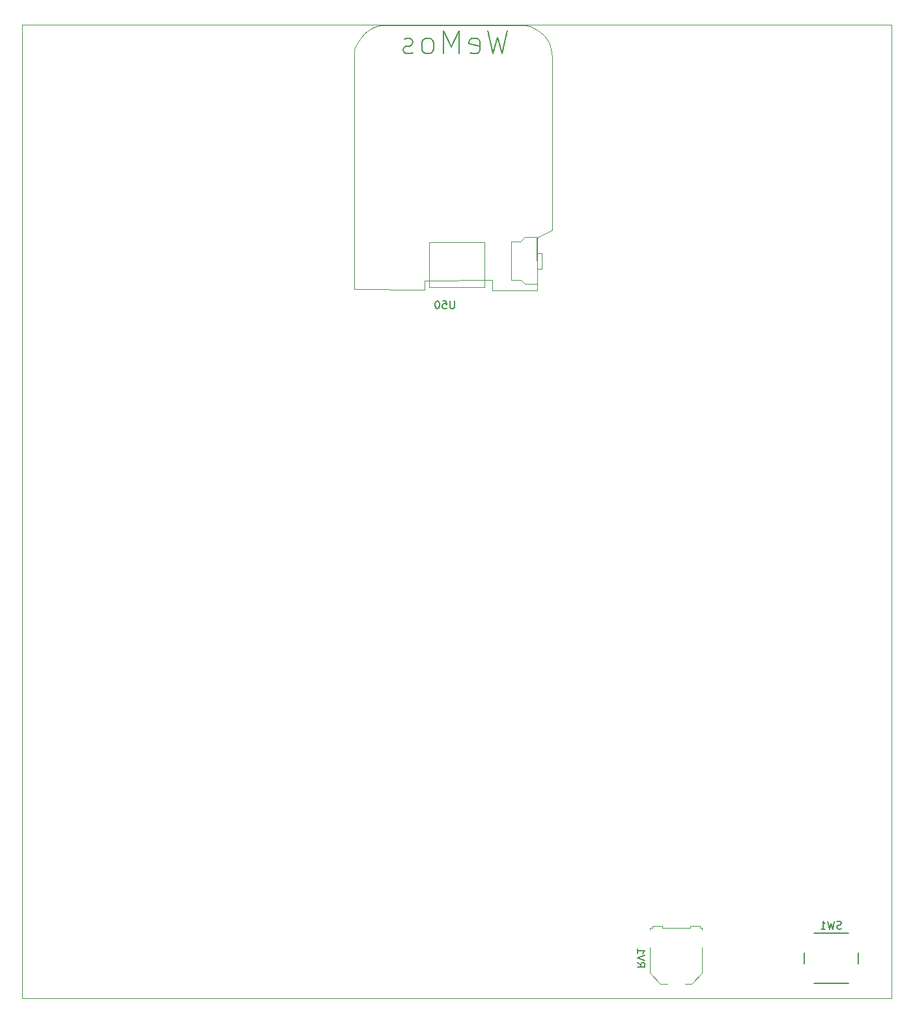
<source format=gbr>
G04 #@! TF.GenerationSoftware,KiCad,Pcbnew,(5.1.5)-3*
G04 #@! TF.CreationDate,2020-03-22T16:58:59-07:00*
G04 #@! TF.ProjectId,ESP-BuildStatus-Light-Board,4553502d-4275-4696-9c64-537461747573,rev?*
G04 #@! TF.SameCoordinates,Original*
G04 #@! TF.FileFunction,Legend,Bot*
G04 #@! TF.FilePolarity,Positive*
%FSLAX46Y46*%
G04 Gerber Fmt 4.6, Leading zero omitted, Abs format (unit mm)*
G04 Created by KiCad (PCBNEW (5.1.5)-3) date 2020-03-22 16:58:59*
%MOMM*%
%LPD*%
G04 APERTURE LIST*
%ADD10C,0.050000*%
%ADD11C,0.100000*%
%ADD12C,0.120000*%
%ADD13C,0.150000*%
G04 APERTURE END LIST*
D10*
X130429000Y-144907000D02*
X130429000Y-18288000D01*
X243459000Y-144907000D02*
X130429000Y-144907000D01*
X243459000Y-18288000D02*
X243459000Y-144907000D01*
X130429000Y-18288000D02*
X243459000Y-18288000D01*
D11*
X198021517Y-50017932D02*
X197404156Y-50017932D01*
X198021517Y-48024738D02*
X198021517Y-50017932D01*
X197368878Y-48024738D02*
X198021517Y-48024738D01*
X197386517Y-52028765D02*
X197333600Y-45943349D01*
X195816656Y-52028765D02*
X197386517Y-52028765D01*
X195287489Y-51534876D02*
X195816656Y-52028765D01*
X193999850Y-51534876D02*
X195287489Y-51534876D01*
X193999850Y-46472515D02*
X193999850Y-51534876D01*
X195252211Y-46472515D02*
X193999850Y-46472515D01*
X195781378Y-45943349D02*
X195252211Y-46472515D01*
X197333600Y-45943349D02*
X195781378Y-45943349D01*
X183410350Y-52406188D02*
X183410350Y-46592451D01*
X190549931Y-52406188D02*
X183410350Y-52406188D01*
X190549931Y-46592451D02*
X190549931Y-52406188D01*
X183410350Y-46592451D02*
X190549931Y-46592451D01*
X197422480Y-45965181D02*
X197392686Y-52773524D01*
X199366026Y-45004285D02*
X197422480Y-45965181D01*
X199341078Y-22449193D02*
X199366026Y-45004285D01*
X199225482Y-21556425D02*
X199341078Y-22449193D01*
X198997122Y-20801387D02*
X199225482Y-21556425D01*
X198669595Y-20169540D02*
X198997122Y-20801387D01*
X198256503Y-19646342D02*
X198669595Y-20169540D01*
X197771445Y-19217257D02*
X198256503Y-19646342D01*
X197228018Y-18867742D02*
X197771445Y-19217257D01*
X196639824Y-18583259D02*
X197228018Y-18867742D01*
X196020460Y-18349266D02*
X196639824Y-18583259D01*
X176982547Y-18378024D02*
X196020460Y-18349266D01*
X176384750Y-18563690D02*
X176982547Y-18378024D01*
X175840560Y-18810623D02*
X176384750Y-18563690D01*
X175349488Y-19118259D02*
X175840560Y-18810623D01*
X174911047Y-19486048D02*
X175349488Y-19118259D01*
X174524747Y-19913423D02*
X174911047Y-19486048D01*
X174190099Y-20399833D02*
X174524747Y-19913423D01*
X173906616Y-20944714D02*
X174190099Y-20399833D01*
X173673805Y-21547507D02*
X173906616Y-20944714D01*
X173659807Y-52717658D02*
X173673805Y-21547507D01*
X182740603Y-52743736D02*
X173659807Y-52717658D01*
X182738627Y-51541483D02*
X182740603Y-52743736D01*
X191569849Y-51534795D02*
X182738627Y-51541483D01*
X191596180Y-52818228D02*
X191569849Y-51534795D01*
X197407472Y-52818228D02*
X191596180Y-52818228D01*
D12*
X213429000Y-143060000D02*
X214329000Y-143060000D01*
X212079000Y-141610000D02*
X213429000Y-143060000D01*
X212079000Y-138260000D02*
X212079000Y-141610000D01*
X218879000Y-141560000D02*
X218879000Y-138260000D01*
X217529000Y-143060000D02*
X218879000Y-141560000D01*
X216629000Y-143060000D02*
X217529000Y-143060000D01*
X212079000Y-135760000D02*
X212079000Y-136010000D01*
X212379000Y-135760000D02*
X212079000Y-135760000D01*
X212379000Y-135510000D02*
X212379000Y-135760000D01*
X213679000Y-135510000D02*
X212379000Y-135510000D01*
X213679000Y-135760000D02*
X213679000Y-135510000D01*
X217329000Y-135760000D02*
X213679000Y-135760000D01*
X217329000Y-135510000D02*
X217329000Y-135760000D01*
X218579000Y-135510000D02*
X217329000Y-135510000D01*
X218579000Y-135760000D02*
X218579000Y-135510000D01*
X218829000Y-135760000D02*
X218579000Y-135760000D01*
X218829000Y-136010000D02*
X218829000Y-135760000D01*
D13*
X237887000Y-142914000D02*
X233387000Y-142914000D01*
X239137000Y-138914000D02*
X239137000Y-140414000D01*
X233387000Y-136414000D02*
X237887000Y-136414000D01*
X232137000Y-140414000D02*
X232137000Y-138914000D01*
X186658095Y-54203380D02*
X186658095Y-55012904D01*
X186610476Y-55108142D01*
X186562857Y-55155761D01*
X186467619Y-55203380D01*
X186277142Y-55203380D01*
X186181904Y-55155761D01*
X186134285Y-55108142D01*
X186086666Y-55012904D01*
X186086666Y-54203380D01*
X185134285Y-54203380D02*
X185610476Y-54203380D01*
X185658095Y-54679571D01*
X185610476Y-54631952D01*
X185515238Y-54584333D01*
X185277142Y-54584333D01*
X185181904Y-54631952D01*
X185134285Y-54679571D01*
X185086666Y-54774809D01*
X185086666Y-55012904D01*
X185134285Y-55108142D01*
X185181904Y-55155761D01*
X185277142Y-55203380D01*
X185515238Y-55203380D01*
X185610476Y-55155761D01*
X185658095Y-55108142D01*
X184467619Y-54203380D02*
X184372380Y-54203380D01*
X184277142Y-54251000D01*
X184229523Y-54298619D01*
X184181904Y-54393857D01*
X184134285Y-54584333D01*
X184134285Y-54822428D01*
X184181904Y-55012904D01*
X184229523Y-55108142D01*
X184277142Y-55155761D01*
X184372380Y-55203380D01*
X184467619Y-55203380D01*
X184562857Y-55155761D01*
X184610476Y-55108142D01*
X184658095Y-55012904D01*
X184705714Y-54822428D01*
X184705714Y-54584333D01*
X184658095Y-54393857D01*
X184610476Y-54298619D01*
X184562857Y-54251000D01*
X184467619Y-54203380D01*
X193547142Y-19058142D02*
X192832857Y-22058142D01*
X192261428Y-19915285D01*
X191690000Y-22058142D01*
X190975714Y-19058142D01*
X188690000Y-21915285D02*
X188975714Y-22058142D01*
X189547142Y-22058142D01*
X189832857Y-21915285D01*
X189975714Y-21629571D01*
X189975714Y-20486714D01*
X189832857Y-20201000D01*
X189547142Y-20058142D01*
X188975714Y-20058142D01*
X188690000Y-20201000D01*
X188547142Y-20486714D01*
X188547142Y-20772428D01*
X189975714Y-21058142D01*
X187261428Y-22058142D02*
X187261428Y-19058142D01*
X186261428Y-21201000D01*
X185261428Y-19058142D01*
X185261428Y-22058142D01*
X183404285Y-22058142D02*
X183690000Y-21915285D01*
X183832857Y-21772428D01*
X183975714Y-21486714D01*
X183975714Y-20629571D01*
X183832857Y-20343857D01*
X183690000Y-20201000D01*
X183404285Y-20058142D01*
X182975714Y-20058142D01*
X182690000Y-20201000D01*
X182547142Y-20343857D01*
X182404285Y-20629571D01*
X182404285Y-21486714D01*
X182547142Y-21772428D01*
X182690000Y-21915285D01*
X182975714Y-22058142D01*
X183404285Y-22058142D01*
X181261428Y-21915285D02*
X180975714Y-22058142D01*
X180404285Y-22058142D01*
X180118571Y-21915285D01*
X179975714Y-21629571D01*
X179975714Y-21486714D01*
X180118571Y-21201000D01*
X180404285Y-21058142D01*
X180832857Y-21058142D01*
X181118571Y-20915285D01*
X181261428Y-20629571D01*
X181261428Y-20486714D01*
X181118571Y-20201000D01*
X180832857Y-20058142D01*
X180404285Y-20058142D01*
X180118571Y-20201000D01*
X210426619Y-140255238D02*
X210902809Y-140588571D01*
X210426619Y-140826666D02*
X211426619Y-140826666D01*
X211426619Y-140445714D01*
X211379000Y-140350476D01*
X211331380Y-140302857D01*
X211236142Y-140255238D01*
X211093285Y-140255238D01*
X210998047Y-140302857D01*
X210950428Y-140350476D01*
X210902809Y-140445714D01*
X210902809Y-140826666D01*
X211426619Y-139969523D02*
X210426619Y-139636190D01*
X211426619Y-139302857D01*
X210426619Y-138445714D02*
X210426619Y-139017142D01*
X210426619Y-138731428D02*
X211426619Y-138731428D01*
X211283761Y-138826666D01*
X211188523Y-138921904D01*
X211140904Y-139017142D01*
X236970333Y-135818761D02*
X236827476Y-135866380D01*
X236589380Y-135866380D01*
X236494142Y-135818761D01*
X236446523Y-135771142D01*
X236398904Y-135675904D01*
X236398904Y-135580666D01*
X236446523Y-135485428D01*
X236494142Y-135437809D01*
X236589380Y-135390190D01*
X236779857Y-135342571D01*
X236875095Y-135294952D01*
X236922714Y-135247333D01*
X236970333Y-135152095D01*
X236970333Y-135056857D01*
X236922714Y-134961619D01*
X236875095Y-134914000D01*
X236779857Y-134866380D01*
X236541761Y-134866380D01*
X236398904Y-134914000D01*
X236065571Y-134866380D02*
X235827476Y-135866380D01*
X235637000Y-135152095D01*
X235446523Y-135866380D01*
X235208428Y-134866380D01*
X234303666Y-135866380D02*
X234875095Y-135866380D01*
X234589380Y-135866380D02*
X234589380Y-134866380D01*
X234684619Y-135009238D01*
X234779857Y-135104476D01*
X234875095Y-135152095D01*
M02*

</source>
